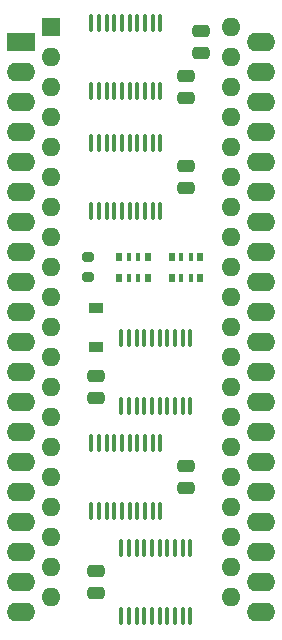
<source format=gbs>
G04 #@! TF.GenerationSoftware,KiCad,Pcbnew,(6.0.9)*
G04 #@! TF.CreationDate,2025-04-02T09:35:12+02:00*
G04 #@! TF.ProjectId,Sombrero_MSX_Goa'uld,536f6d62-7265-4726-9f5f-4d53585f476f,rev?*
G04 #@! TF.SameCoordinates,Original*
G04 #@! TF.FileFunction,Soldermask,Bot*
G04 #@! TF.FilePolarity,Negative*
%FSLAX46Y46*%
G04 Gerber Fmt 4.6, Leading zero omitted, Abs format (unit mm)*
G04 Created by KiCad (PCBNEW (6.0.9)) date 2025-04-02 09:35:12*
%MOMM*%
%LPD*%
G01*
G04 APERTURE LIST*
G04 Aperture macros list*
%AMRoundRect*
0 Rectangle with rounded corners*
0 $1 Rounding radius*
0 $2 $3 $4 $5 $6 $7 $8 $9 X,Y pos of 4 corners*
0 Add a 4 corners polygon primitive as box body*
4,1,4,$2,$3,$4,$5,$6,$7,$8,$9,$2,$3,0*
0 Add four circle primitives for the rounded corners*
1,1,$1+$1,$2,$3*
1,1,$1+$1,$4,$5*
1,1,$1+$1,$6,$7*
1,1,$1+$1,$8,$9*
0 Add four rect primitives between the rounded corners*
20,1,$1+$1,$2,$3,$4,$5,0*
20,1,$1+$1,$4,$5,$6,$7,0*
20,1,$1+$1,$6,$7,$8,$9,0*
20,1,$1+$1,$8,$9,$2,$3,0*%
G04 Aperture macros list end*
%ADD10R,2.400000X1.600000*%
%ADD11O,2.400000X1.600000*%
%ADD12R,1.600000X1.600000*%
%ADD13O,1.600000X1.600000*%
%ADD14RoundRect,0.100000X0.100000X-0.637500X0.100000X0.637500X-0.100000X0.637500X-0.100000X-0.637500X0*%
%ADD15RoundRect,0.100000X-0.100000X0.637500X-0.100000X-0.637500X0.100000X-0.637500X0.100000X0.637500X0*%
%ADD16RoundRect,0.250000X-0.475000X0.250000X-0.475000X-0.250000X0.475000X-0.250000X0.475000X0.250000X0*%
%ADD17R,0.500000X0.800000*%
%ADD18R,0.400000X0.800000*%
%ADD19R,1.200000X0.900000*%
%ADD20RoundRect,0.250000X0.475000X-0.250000X0.475000X0.250000X-0.475000X0.250000X-0.475000X-0.250000X0*%
%ADD21RoundRect,0.200000X-0.275000X0.200000X-0.275000X-0.200000X0.275000X-0.200000X0.275000X0.200000X0*%
G04 APERTURE END LIST*
D10*
X137160000Y-77470000D03*
D11*
X137160000Y-80010000D03*
X137160000Y-82550000D03*
X137160000Y-85090000D03*
X137160000Y-87630000D03*
X137160000Y-90170000D03*
X137160000Y-92710000D03*
X137160000Y-95250000D03*
X137160000Y-97790000D03*
X137160000Y-100330000D03*
X137160000Y-102870000D03*
X137160000Y-105410000D03*
X137160000Y-107950000D03*
X137160000Y-110490000D03*
X137160000Y-113030000D03*
X137160000Y-115570000D03*
X137160000Y-118110000D03*
X137160000Y-120650000D03*
X137160000Y-123190000D03*
X137160000Y-125730000D03*
X157480000Y-125730000D03*
X157480000Y-123190000D03*
X157480000Y-120650000D03*
X157480000Y-118110000D03*
X157480000Y-115570000D03*
X157480000Y-113030000D03*
X157480000Y-110490000D03*
X157480000Y-107950000D03*
X157480000Y-105410000D03*
X157480000Y-102870000D03*
X157480000Y-100330000D03*
X157480000Y-97790000D03*
X157480000Y-95250000D03*
X157480000Y-92710000D03*
X157480000Y-90170000D03*
X157480000Y-87630000D03*
X157480000Y-85090000D03*
X157480000Y-82550000D03*
X157480000Y-80010000D03*
X157480000Y-77470000D03*
D12*
X139710000Y-76200000D03*
D13*
X139710000Y-78740000D03*
X139710000Y-81280000D03*
X139710000Y-83820000D03*
X139710000Y-86360000D03*
X139710000Y-88900000D03*
X139710000Y-91440000D03*
X139710000Y-93980000D03*
X139710000Y-96520000D03*
X139710000Y-99060000D03*
X139710000Y-101600000D03*
X139710000Y-104140000D03*
X139710000Y-106680000D03*
X139710000Y-109220000D03*
X139710000Y-111760000D03*
X139710000Y-114300000D03*
X139710000Y-116840000D03*
X139710000Y-119380000D03*
X139710000Y-121920000D03*
X139710000Y-124460000D03*
X154950000Y-124460000D03*
X154950000Y-121920000D03*
X154950000Y-119380000D03*
X154950000Y-116840000D03*
X154950000Y-114300000D03*
X154950000Y-111760000D03*
X154950000Y-109220000D03*
X154950000Y-106680000D03*
X154950000Y-104140000D03*
X154950000Y-101600000D03*
X154950000Y-99060000D03*
X154950000Y-96520000D03*
X154950000Y-93980000D03*
X154950000Y-91440000D03*
X154950000Y-88900000D03*
X154950000Y-86360000D03*
X154950000Y-83820000D03*
X154950000Y-81280000D03*
X154950000Y-78740000D03*
X154950000Y-76200000D03*
D14*
X148975000Y-91762500D03*
X148325000Y-91762500D03*
X147675000Y-91762500D03*
X147025000Y-91762500D03*
X146375000Y-91762500D03*
X145725000Y-91762500D03*
X145075000Y-91762500D03*
X144425000Y-91762500D03*
X143775000Y-91762500D03*
X143125000Y-91762500D03*
X143125000Y-86037500D03*
X143775000Y-86037500D03*
X144425000Y-86037500D03*
X145075000Y-86037500D03*
X145725000Y-86037500D03*
X146375000Y-86037500D03*
X147025000Y-86037500D03*
X147675000Y-86037500D03*
X148325000Y-86037500D03*
X148975000Y-86037500D03*
D15*
X145665000Y-120327500D03*
X146315000Y-120327500D03*
X146965000Y-120327500D03*
X147615000Y-120327500D03*
X148265000Y-120327500D03*
X148915000Y-120327500D03*
X149565000Y-120327500D03*
X150215000Y-120327500D03*
X150865000Y-120327500D03*
X151515000Y-120327500D03*
X151515000Y-126052500D03*
X150865000Y-126052500D03*
X150215000Y-126052500D03*
X149565000Y-126052500D03*
X148915000Y-126052500D03*
X148265000Y-126052500D03*
X147615000Y-126052500D03*
X146965000Y-126052500D03*
X146315000Y-126052500D03*
X145665000Y-126052500D03*
X145665000Y-102547500D03*
X146315000Y-102547500D03*
X146965000Y-102547500D03*
X147615000Y-102547500D03*
X148265000Y-102547500D03*
X148915000Y-102547500D03*
X149565000Y-102547500D03*
X150215000Y-102547500D03*
X150865000Y-102547500D03*
X151515000Y-102547500D03*
X151515000Y-108272500D03*
X150865000Y-108272500D03*
X150215000Y-108272500D03*
X149565000Y-108272500D03*
X148915000Y-108272500D03*
X148265000Y-108272500D03*
X147615000Y-108272500D03*
X146965000Y-108272500D03*
X146315000Y-108272500D03*
X145665000Y-108272500D03*
D16*
X151130000Y-113350000D03*
X151130000Y-115250000D03*
D14*
X148975000Y-117162500D03*
X148325000Y-117162500D03*
X147675000Y-117162500D03*
X147025000Y-117162500D03*
X146375000Y-117162500D03*
X145725000Y-117162500D03*
X145075000Y-117162500D03*
X144425000Y-117162500D03*
X143775000Y-117162500D03*
X143125000Y-117162500D03*
X143125000Y-111437500D03*
X143775000Y-111437500D03*
X144425000Y-111437500D03*
X145075000Y-111437500D03*
X145725000Y-111437500D03*
X146375000Y-111437500D03*
X147025000Y-111437500D03*
X147675000Y-111437500D03*
X148325000Y-111437500D03*
X148975000Y-111437500D03*
D16*
X152400000Y-76520000D03*
X152400000Y-78420000D03*
D17*
X145485000Y-95620000D03*
D18*
X146285000Y-95620000D03*
X147085000Y-95620000D03*
D17*
X147885000Y-95620000D03*
X147885000Y-97420000D03*
D18*
X147085000Y-97420000D03*
X146285000Y-97420000D03*
D17*
X145485000Y-97420000D03*
D19*
X143510000Y-99950000D03*
X143510000Y-103250000D03*
D17*
X149930000Y-95620000D03*
D18*
X150730000Y-95620000D03*
X151530000Y-95620000D03*
D17*
X152330000Y-95620000D03*
X152330000Y-97420000D03*
D18*
X151530000Y-97420000D03*
X150730000Y-97420000D03*
D17*
X149930000Y-97420000D03*
D20*
X143510000Y-124140000D03*
X143510000Y-122240000D03*
D16*
X143510000Y-105730000D03*
X143510000Y-107630000D03*
X151130000Y-87950000D03*
X151130000Y-89850000D03*
X151130000Y-80330000D03*
X151130000Y-82230000D03*
D14*
X148975000Y-81602500D03*
X148325000Y-81602500D03*
X147675000Y-81602500D03*
X147025000Y-81602500D03*
X146375000Y-81602500D03*
X145725000Y-81602500D03*
X145075000Y-81602500D03*
X144425000Y-81602500D03*
X143775000Y-81602500D03*
X143125000Y-81602500D03*
X143125000Y-75877500D03*
X143775000Y-75877500D03*
X144425000Y-75877500D03*
X145075000Y-75877500D03*
X145725000Y-75877500D03*
X146375000Y-75877500D03*
X147025000Y-75877500D03*
X147675000Y-75877500D03*
X148325000Y-75877500D03*
X148975000Y-75877500D03*
D21*
X142875000Y-95695000D03*
X142875000Y-97345000D03*
M02*

</source>
